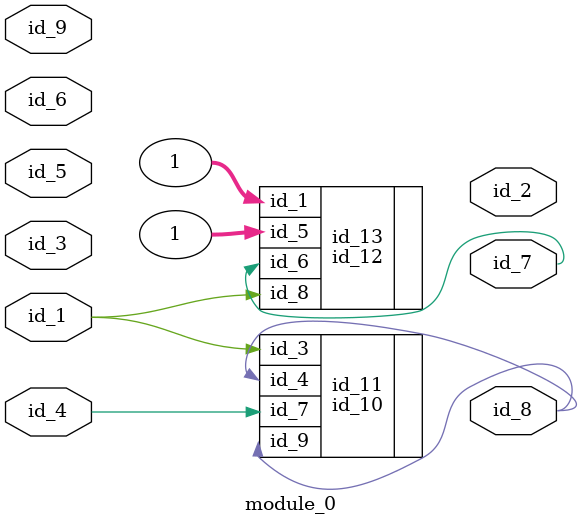
<source format=v>
module module_0 (
    id_1,
    id_2,
    id_3,
    id_4,
    id_5,
    id_6,
    id_7,
    id_8,
    id_9
);
  input id_9;
  output id_8;
  output id_7;
  input id_6;
  input id_5;
  input id_4;
  input id_3;
  output id_2;
  input id_1;
  id_10 id_11 (
      .id_9(id_8),
      .id_3(id_1),
      .id_7(id_4),
      .id_4(id_8)
  );
  id_12 id_13 (
      .id_1(id_3),
      .id_6(id_7),
      .id_5(1),
      .id_1((1)),
      .id_8(id_1)
  );
  id_14 id_15 (
      .id_7(id_6),
      .id_6(id_6)
  );
endmodule

</source>
